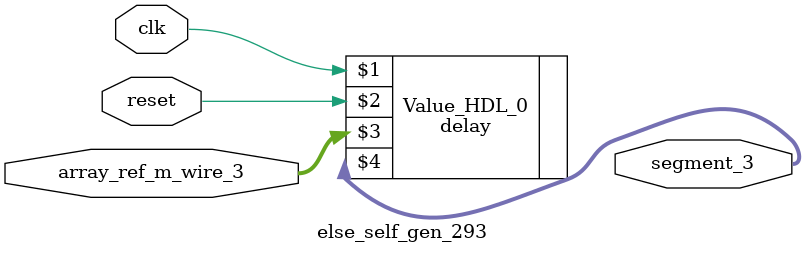
<source format=v>
module else_self_gen_293( input clk, input reset, input [31:0]array_ref_m_wire_3, output [31:0]segment_3); 
	wire [31:0]segment_3;
	//Proceed with segment_3 = array_ref_m_wire_3
	delay Value_HDL_0 ( clk, reset, array_ref_m_wire_3, segment_3);
endmodule
</source>
